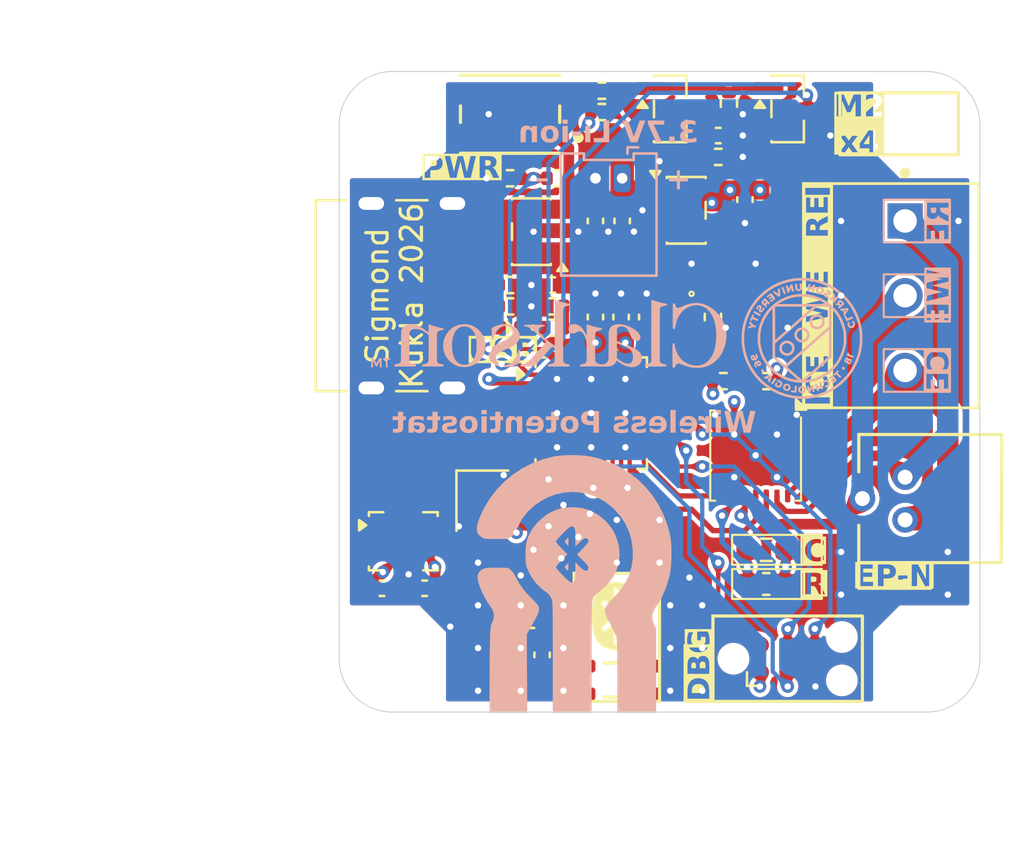
<source format=kicad_pcb>
(kicad_pcb (version 20241229) (generator "pcbnew") (generator_version "9.0")
  (title_block (date "2026-01-28"))
  (layers (0 "F.Cu" signal) (4 "In1.Cu" signal) (6 "In2.Cu" signal) (2 "B.Cu" signal) (13 "F.Paste" user) (15 "B.Paste" user) (5 "F.SilkS" user "F.Silkscreen") (7 "B.SilkS" user "B.Silkscreen") (1 "F.Mask" user) (3 "B.Mask" user) (25 "Edge.Cuts" user))
  (net 0 "")
  (net 1 "+3V3")
  (net 2 "GND")
  (net 3 "Net-(U2-DECOUPLE)")
  (net 4 "/Power/LDO_EN")
  (net 5 "+BATT")
  (net 6 "VBUS")
  (net 7 "Net-(U5-C1)")
  (net 8 "Net-(U5-C2)")
  (net 9 "Net-(Q1-G)")
  (net 10 "Net-(D1-Pad2)")
  (net 11 "Net-(D2-K)")
  (net 12 "/LED")
  (net 13 "Net-(D3-K)")
  (net 14 "Net-(U2-RFVDD)")
  (net 15 "/SWDIO")
  (net 16 "/SWCLK")
  (net 17 "/SWV{slash}SWO")
  (net 18 "/RESETn")
  (net 19 "Net-(J2-CC1)")
  (net 20 "Net-(J2-CC2)")
  (net 21 "/LMP/RE")
  (net 22 "/LMP/WE")
  (net 23 "/LMP/CE")
  (net 24 "/PWR_BTN")
  (net 25 "Net-(R1-Pad1)")
  (net 26 "/LDO_EN")
  (net 27 "Net-(R13-Pad1)")
  (net 28 "/BATT_MEAS")
  (net 29 "/LMP_SDA")
  (net 30 "/LMP_SCL")
  (net 33 "/LMP_VREF")
  (net 34 "/HFXTAL_O")
  (net 35 "/HFXTAL_I")
  (net 41 "/IMU_INT1")
  (net 45 "/LMP_VOUT")
  (net 47 "/LMP_MENB")
  (net 48 "/IMU_CS")
  (net 50 "/IMU_SPC")
  (net 51 "/IMU_SDO")
  (net 52 "/IMU_INT2")
  (net 54 "/IMU_SDI")
  (net 55 "/PI")
  (net 56 "/FEED")
  (net 57 "/RF2G4_IO")
  (footprint "Inductor_SMD:L_0402_1005Metric" (layer "F.Cu") (at 94.1 70.8 -135)
    (property "Reference" "FB1" (hide yes))
    (property "Value" "BLM15AX700SN1D")
  )
  (footprint "Capacitor_SMD:C_0402_1005Metric" (layer "F.Cu") (at 89 74.2 180)
    (property "Reference" "C13" (hide yes))
    (property "Value" "1u")
  )
  (footprint "Connector_USB_SameSky:SAMESKY_UJC-H-G-SMT-2-P6-TR" (layer "F.Cu") (at 86.5 60.5 -90)
    (property "Reference" "J2" (hide yes))
    (property "Value" "UJC-H-G-SMT-2-P6-TR")
  )
  (footprint "Resistor_SMD:R_0402_1005Metric" (layer "F.Cu") (at 95 62)
    (property "Reference" "R7" (hide yes))
    (property "Value" "300")
  )
  (footprint "TerminalBlock_SameSky:SAMESKY_TB0011-350-03GR" (layer "F.Cu") (at 111.5 60.5 -90)
    (property "Reference" "J4" (hide yes))
    (property "Value" "TB0011-350-03GR")
  )
  (footprint "Resistor_SMD:R_0402_1005Metric" (layer "F.Cu") (at 103.25 51.5 -90)
    (property "Reference" "R3" (hide yes))
    (property "Value" "100k")
  )
  (footprint "Resistor_SMD:R_0402_1005Metric" (layer "F.Cu") (at 93 60 180)
    (property "Reference" "R5" (hide yes))
    (property "Value" "5.1k")
  )
  (footprint "Package_LGA:LGA-14_3x2.5mm_P0.5mm_LayoutBorder3x4y" (layer "F.Cu") (at 88 72)
    (property "Reference" "U6" (hide yes))
    (property "Value" "LSM6DSV")
  )
  (footprint "Capacitor_SMD:C_0402_1005Metric" (layer "F.Cu") (at 87 74.2)
    (property "Reference" "C14" (hide yes))
    (property "Value" "1u")
  )
  (footprint "Package_TO_SOT_SMD:SOT-23-5" (layer "F.Cu") (at 101.25 56.5)
    (property "Reference" "U4" (hide yes))
    (property "Value" "TLV77133PDBVR")
  )
  (footprint "PTS815_SJM_250_SMTR_LFS:SW_Push_PTS815_SJM_250_SMTR_LFS" (layer "F.Cu") (at 93 52 180)
    (property "Reference" "SW1" (hide yes))
    (property "Value" "PTS815SJM250SMTRLFS")
  )
  (footprint "Capacitor_SMD:C_0402_1005Metric" (layer "F.Cu") (at 95 60 180)
    (property "Reference" "C9" (hide yes))
    (property "Value" "1u")
  )
  (footprint "Resistor_SMD:R_0402_1005Metric" (layer "F.Cu") (at 102.5 61.5 -90)
    (property "Reference" "R14" (hide yes))
    (property "Value" "300")
  )
  (footprint "Resistor_SMD:R_0402_1005Metric" (layer "F.Cu") (at 93 61 180)
    (property "Reference" "R4" (hide yes))
    (property "Value" "5.1k")
  )
  (footprint "Capacitor_SMD:C_0402_1005Metric" (layer "F.Cu") (at 102.75 53)
    (property "Reference" "C7" (hide yes))
    (property "Value" "1u")
  )
  (footprint "Capacitor_SMD:C_0402_1005Metric" (layer "F.Cu") (at 94.02 75.699 180)
    (property "Reference" "C5" (hide yes))
    (property "Value" "GJM1555C1H1R4WB01D")
  )
  (footprint "Package_TO_SOT_SMD:SOT-23-5" (layer "F.Cu") (at 94 57.5 180)
    (property "Reference" "U3" (hide yes))
    (property "Value" "MCP73811T-420I-OT")
  )
  (footprint "Capacitor_SMD:C_0402_1005Metric" (layer "F.Cu") (at 98.25 57 -90)
    (property "Reference" "C8" (hide yes))
    (property "Value" "1u")
  )
  (footprint "Inductor_SMD:L_0402_1005Metric" (layer "F.Cu") (at 94.5 74.1 90)
    (property "Reference" "L1" (hide yes))
    (property "Value" "MHQ1005P1N8BT000")
  )
  (footprint "Package_TO_SOT_SMD:SOT-23" (layer "F.Cu") (at 106 51.75)
    (property "Reference" "Q1" (hide yes))
    (property "Value" "NTR4003N")
  )
  (footprint "Resistor_SMD:R_0402_1005Metric" (layer "F.Cu") (at 93 55 180)
    (property "Reference" "R9" (hide yes))
    (property "Value" "100k")
  )
  (footprint "LED_SMD:LED_0402_1005Metric" (layer "F.Cu") (at 101.5 61.5 -90)
    (property "Reference" "D3" (hide yes))
    (property "Value" "B2841USD-20D001014U1930")
  )
  (footprint "Resistor_SMD:R_0402_1005Metric" (layer "F.Cu") (at 102.75 54)
    (property "Reference" "R6" (hide yes))
    (property "Value" "100k")
  )
  (footprint "Package_SON:WSON-14-1EP_4.0x4.0mm_P0.5mm_EP2.6x2.6mm" (layer "F.Cu") (at 104.5 67.975 -90)
    (property "Reference" "U5" (hide yes))
    (property "Value" "LMP91000SDX/NOPB")
  )
  (footprint "LOGO" (layer "F.Cu") (at 98 75.5)
    (property "Reference" "G***" (hide yes))
    (property "Value" "LOGO" (hide yes))
  )
  (footprint "Capacitor_SMD:C_0402_1005Metric" (layer "F.Cu") (at 97 57 -90)
    (property "Reference" "C10" (hide yes))
    (property "Value" "1u")
  )
  (footprint "Resistor_SMD:R_0603_1608Metric_Pad0.98x0.95mm_HandSolder" (layer "F.Cu") (at 105 72.4 180)
    (property "Reference" "R12" (hide yes))
    (property "Value" "DNP")
  )
  (footprint "Connector:Tag-Connect_TC2030-IDC-NL_2x03_P1.27mm_Vertical" (layer "F.Cu") (at 106 77.5)
    (property "Reference" "J1" (hide yes))
    (property "Value" "TC2030")
  )
  (footprint "MountingHole:MountingHole_2.2mm_M2" (layer "F.Cu") (at 112.5 52.5)
    (property "Reference" "H2" (hide yes))
    (property "Value" "M2")
  )
  (footprint "RF_Antenna_Johanson:Johanson_2450AT18D0100001E" (layer "F.Cu") (at 98 78.5)
    (property "Reference" "U1" (hide yes))
    (property "Value" "2450AT18D0100001E" (hide yes))
  )
  (footprint "MountingHole:MountingHole_2.2mm_M2" (layer "F.Cu") (at 87.5 77.5)
    (property "Reference" "H3" (hide yes))
    (property "Value" "M2")
  )
  (footprint "Package_TO_SOT_SMD:SOT-23" (layer "F.Cu") (at 100.5 51.75)
    (property "Reference" "D1" (hide yes))
    (property "Value" "BAT54C")
  )
  (footprint "Capacitor_SMD:C_0402_1005Metric" (layer "F.Cu") (at 97 61.5 90)
    (property "Reference" "C1" (hide yes))
    (property "Value" "1u")
  )
  (footprint "Package_DFN_QFN:QFN-40-1EP_5x5mm_P0.4mm_EP3.8x3.8mm" (layer "F.Cu") (at 96.8 66)
    (property "Reference" "U2" (hide yes))
    (property "Value" "EFR32BG24L210F768IM40-B")
  )
  (footprint "Connector_Molex_Easy-On:528070310" (layer "F.Cu") (at 111.501 71 90)
    (property "Reference" "J5" (hide yes))
    (property "Value" "0528070310" (hide yes))
  )
  (footprint "Resistor_SMD:R_0402_1005Metric" (layer "F.Cu") (at 102.990001 64.5 180)
    (property "Reference" "R10" (hide yes))
    (property "Value" "5.1k")
  )
  (footprint "Capacitor_SMD:C_0402_1005Metric" (layer "F.Cu") (at 99.4 61.5 90)
    (property "Reference" "C6" (hide yes))
    (property "Value" "1u")
  )
  (footprint "LED_SMD:LED_0402_1005Metric" (layer "F.Cu") (at 93 62 180)
    (property "Reference" "D2" (hide yes))
    (property "Value" "B2841USD-20D001014U1930")
  )
  (footprint "Resistor_SMD:R_0402_1005Metric" (layer "F.Cu") (at 97.3 51.9)
    (property "Reference" "R2" (hide yes))
    (property "Value" "300")
  )
  (footprint "Resistor_SMD:R_0402_1005Metric" (layer "F.Cu") (at 95.240001 55 180)
    (property "Reference" "R8" (hide yes))
    (property "Value" "100k")
  )
  (footprint "Resistor_SMD:R_0402_1005Metric" (layer "F.Cu") (at 95 61 180)
    (property "Reference" "R13" (hide yes))
    (property "Value" "300")
  )
  (footprint "Capacitor_SMD:C_0402_1005Metric" (layer "F.Cu") (at 94.5 77.32 90)
    (property "Reference" "C4" (hide yes))
    (property "Value" "GCM1555C1H180GA16D")
  )
  (footprint "Capacitor_SMD:C_0402_1005Metric" (layer "F.Cu") (at 104 56 -90)
    (property "Reference" "C11" (hide yes))
    (property "Value" "1u")
  )
  (footprint "MountingHole:MountingHole_2.2mm_M2" (layer "F.Cu") (at 87.5 52.5)
    (property "Reference" "H1" (hide yes))
    (property "Value" "M2")
  )
  (footprint "MountingHole:MountingHole_2.2mm_M2" (layer "F.Cu") (at 112.5 77.5)
    (property "Reference" "H4" (hide yes))
    (property "Value" "M2")
  )
  (footprint "Crystal:Crystal_SMD_2016-4Pin_2.0x1.6mm" (layer "F.Cu") (at 91.7 70.1 -90)
    (property "Reference" "Y1" (hide yes))
    (property "Value" "XTL501250-S315-038")
  )
  (footprint "Capacitor_SMD:C_0603_1608Metric_Pad1.08x0.95mm_HandSolder" (layer "F.Cu") (at 105 74 180)
    (property "Reference" "C12" (hide yes))
    (property "Value" "DNP")
  )
  (footprint "Resistor_SMD:R_0402_1005Metric" (layer "F.Cu") (at 105.009999 64.5)
    (property "Reference" "R11" (hide yes))
    (property "Value" "5.1k")
  )
  (footprint "Capacitor_SMD:C_0402_1005Metric" (layer "F.Cu") (at 98.2 61.5 90)
    (property "Reference" "C2" (hide yes))
    (property "Value" "1u")
  )
  (footprint "Resistor_SMD:R_0402_1005Metric" (layer "F.Cu") (at 97.3 50.9)
    (property "Reference" "R1" (hide yes))
    (property "Value" "300")
  )
  (footprint "Connector_Molex:Molex_PicoBlade_53048-0210_1x02_P1.25mm_Horizontal" (layer "B.Cu") (at 98.25 55 180)
    (property "Reference" "J3" (hide yes))
    (property "Value" "0530480210")
  )
  (footprint "LOGO" (layer "B.Cu") (at 98 62.5 180)
    (property "Reference" "G***" (hide yes))
    (property "Value" "LOGO" (hide yes))
  )
  (footprint "LOGO" (layer "B.Cu") (at 95.998004 72.526903 180)
    (property "Reference" "G***" (hide yes))
    (property "Value" "LOGO" (hide yes))
  )
  (gr_rect (start 102.5 75.5) (end 109.5 79.5) (stroke (width 0.15)) (fill no) (layer "F.SilkS"))
  (gr_rect (start 108.45 51) (end 114 53.9) (stroke (width 0.15)) (fill no) (layer "F.SilkS"))
  (gr_rect (start 96 73.5) (end 100 79.5) (stroke (width 0.15)) (fill no) (layer "F.SilkS"))
  (gr_line (start 106.65 73.35) (end 106.65 74.7) (stroke (width 0.1)) (layer "F.SilkS"))
  (gr_line (start 106.725 73.4) (end 107.575 73.4) (stroke (width 0.15)) (layer "F.SilkS"))
  (gr_rect (start 101.2 76.9) (end 102.5 79.5) (stroke (width 0.15)) (fill no) (layer "F.SilkS"))
  (gr_line (start 106.65 71.7) (end 106.65 73.1) (stroke (width 0.1)) (layer "F.SilkS"))
  (gr_rect (start 109.331 73) (end 112.7 74.2) (stroke (width 0.15)) (fill no) (layer "F.SilkS"))
  (gr_line (start 106.8 65.65) (end 108 65.65) (stroke (width 0.2)) (layer "F.SilkS"))
  (gr_poly (pts (xy 92.848567 61.701433) (xy 92.848567 62.301433) (xy 93.148567 62.001433)) (stroke (width 0.1)) (fill yes) (layer "F.SilkS"))
  (gr_line (start 106.8 55.35) (end 108 55.35) (stroke (width 0.2)) (layer "F.SilkS"))
  (gr_line (start 106.7 74.6) (end 107.55 74.6) (stroke (width 0.2)) (layer "F.SilkS"))
  (gr_rect (start 106.75 55.26) (end 108.05 65.74) (stroke (width 0.15)) (fill no) (layer "F.SilkS"))
  (gr_line (start 106.65 71.8) (end 107.55 71.8) (stroke (width 0.1)) (layer "F.SilkS"))
  (gr_rect (start 103.4 71.7) (end 107.6 73.1) (stroke (width 0.1)) (fill no) (layer "F.SilkS"))
  (gr_rect (start 103.4 73.3) (end 107.6 74.7) (stroke (width 0.1)) (fill no) (layer "F.SilkS"))
  (gr_line (start 112.5 64.9) (end 113.6 64.9) (stroke (width 0.1)) (layer "B.SilkS"))
  (gr_line (start 112.45 63.05) (end 112.45 64.95) (stroke (width 0.1)) (layer "B.SilkS"))
  (gr_line (start 113.6 63.1) (end 112.5 63.1) (stroke (width 0.1)) (layer "B.SilkS"))
  (gr_line (start 112.45 56.05) (end 112.45 57.95) (stroke (width 0.1)) (layer "B.SilkS"))
  (gr_line (start 112.45 59.55) (end 112.45 61.45) (stroke (width 0.1)) (layer "B.SilkS"))
  (gr_line (start 112.5 61.4) (end 113.6 61.4) (stroke (width 0.1)) (layer "B.SilkS"))
  (gr_line (start 113.6 59.6) (end 112.5 59.6) (stroke (width 0.1)) (layer "B.SilkS"))
  (gr_line (start 112.5 57.9) (end 113.6 57.9) (stroke (width 0.1)) (layer "B.SilkS"))
  (gr_rect (start 110.5 59.5) (end 113.6 61.5) (stroke (width 0.1)) (fill no) (layer "B.SilkS"))
  (gr_rect (start 110.5 63) (end 113.6 65) (stroke (width 0.1)) (fill no) (layer "B.SilkS"))
  (gr_line (start 113.6 56.1) (end 112.5 56.1) (stroke (width 0.1)) (layer "B.SilkS"))
  (gr_rect (start 110.5 56) (end 113.6 58) (stroke (width 0.1)) (fill no) (layer "B.SilkS"))
  (gr_line (start 112.5 50) (end 87.5 50) (stroke (width 0.05)) (layer "Edge.Cuts"))
  (gr_arc (start 87.5 80) (mid 85.732233 79.267767) (end 85 77.5) (stroke (width 0.05)) (layer "Edge.Cuts"))
  (gr_arc (start 112.5 50) (mid 114.267767 50.732233) (end 115 52.5) (stroke (width 0.05)) (layer "Edge.Cuts"))
  (gr_line (start 115 77.5) (end 115 52.5) (stroke (width 0.05)) (layer "Edge.Cuts"))
  (gr_arc (start 85 52.5) (mid 85.732233 50.732233) (end 87.5 50) (stroke (width 0.05)) (layer "Edge.Cuts"))
  (gr_line (start 87.5 80) (end 112.5 80) (stroke (width 0.05)) (layer "Edge.Cuts"))
  (gr_line (start 85 52.5) (end 85 77.5) (stroke (width 0.05)) (layer "Edge.Cuts"))
  (gr_arc (start 115 77.5) (mid 114.267767 79.267767) (end 112.5 80) (stroke (width 0.05)) (layer "Edge.Cuts"))
  (gr_text "DBG" (at 102.5 79.5 90) (layer "F.SilkS" knockout) (effects (font (size 1 1) (thickness 0.15) (bold yes)) (justify left bottom)))
  (gr_text "EP-N" (at 111 73.1 0) (layer "F.SilkS" knockout) (effects (font (size 1 1) (thickness 0.15) (bold yes)) (justify top)))
  (gr_text "PWR" (at 90.7 55.15 0) (layer "F.SilkS" knockout) (effects (font (size 1 1) (thickness 0.15) (bold yes)) (justify bottom)))
  (gr_text "CE   WE   RE" (at 108.05 60.5 90) (layer "F.SilkS" knockout) (effects (font (size 1 1) (thickness 0.15) (bold yes)) (justify bottom)))
  (gr_text "M2\nx4" (at 109.35 53.95 0) (layer "F.SilkS" knockout) (effects (font (size 1 1) (thickness 0.15) (bold yes)) (justify bottom)))
  (gr_text "USB" (at 92.65 63.7 0) (layer "F.SilkS" knockout) (effects (font (size 1 1) (thickness 0.15) (bold yes)) (justify bottom)))
  (gr_text "Sigmond\nKukla 2026" (at 86.2 60.5 90) (layer "F.SilkS") (effects (font (size 1 1)) (justify top)))
  (gr_text "R" (at 106.7 74.65 0) (layer "F.SilkS" knockout) (effects (font (size 1 1) (thickness 0.15) (bold yes)) (justify left bottom)))
  (gr_text "C" (at 106.75 73.1 0) (layer "F.SilkS" knockout) (effects (font (size 1 1) (thickness 0.15) (bold yes)) (justify left bottom)))
  (gr_text "RE" (at 113.7 57 90) (layer "B.SilkS" knockout) (effects (font (size 1 1) (thickness 0.15) (bold yes)) (justify bottom mirror)))
  (gr_text "Wireless Potentiostat" (at 96 66.5 0) (layer "B.SilkS") (effects (font (size 1 1) (thickness 0.15) (bold yes)) (justify mirror)))
  (gr_text "+       -" (at 97.6 55 0) (layer "B.SilkS") (effects (font (size 1 1)) (justify mirror)))
  (gr_text "WE" (at 113.7 60.5 90) (layer "B.SilkS" knockout) (effects (font (size 1 1) (thickness 0.15) (bold yes)) (justify bottom mirror)))
  (gr_text "3.7V Li-ion" (at 97.6 52.9 0) (layer "B.SilkS") (effects (font (size 1 1) (thickness 0.15) (bold yes)) (justify mirror)))
  (gr_text "CE" (at 113.69 64 90) (layer "B.SilkS" knockout) (effects (font (size 1 1) (thickness 0.15) (bold yes)) (justify bottom mirror)))
  (segment (start 103.3 55.550001) (end 103.969999 55.550001) (width 0.5) (layer "F.Cu") (net 1))
  (segment (start 98.6 63.5125) (end 98.6 62.9) (width 0.2) (layer "F.Cu") (net 1))
  (segment (start 89.48 73.2) (end 89.48 73.067499) (width 0.35) (layer "F.Cu") (net 1))
  (segment (start 104.73 78.135) (end 104.73 78.77) (width 0.2) (layer "F.Cu") (net 1))
  (segment (start 98.2 63.512499) (end 98.2 62.9) (width 0.2) (layer "F.Cu") (net 1))
  (segment (start 104.73 78.77) (end 104.7 78.8) (width 0.2) (layer "F.Cu") (net 1))
  (segment (start 98.2 61.98) (end 98.2 62.5) (width 0.2) (layer "F.Cu") (net 1))
  (segment (start 89.48 74.2) (end 89.48 73.2) (width 0.5) (layer "F.Cu") (net 1))
  (segment (start 102.3875 55.550001) (end 103.3 55.550001) (width 0.5) (layer "F.Cu") (net 1))
  (segment (start 103.5 66.075) (end 103.5 65.45) (width 0.25) (layer "F.Cu") (net 1))
  (segment (start 96.6 68.9) (end 96.9 69.2) (width 0.2) (layer "F.Cu") (net 1))
  (segment (start 96.6 68.4875) (end 96.6 68.9) (width 0.2) (layer "F.Cu") (net 1))
  (segment (start 96.600001 63.5125) (end 96.600001 63.099999) (width 0.2) (layer "F.Cu") (net 1))
  (segment (start 105.519998 63.919998) (end 105.5 63.9) (width 0.25) (layer "F.Cu") (net 1))
  (segment (start 96.600001 63.099999) (end 97 62.7) (width 0.2) (layer "F.Cu") (net 1))
  (segment (start 89.48 73.067499) (end 89.162501 72.75) (width 0.35) (layer "F.Cu") (net 1))
  (segment (start 86.52 73.967201) (end 87.0436 73.4436) (width 0.5) (layer "F.Cu") (net 1))
  (segment (start 97.4 63.5125) (end 97.4 63.1) (width 0.2) (layer "F.Cu") (net 1))
  (segment (start 98.2 62.9) (end 98.4 62.7) (width 0.2) (layer "F.Cu") (net 1))
  (segment (start 102.480002 65.080002) (end 102.5 65.1) (width 0.25) (layer "F.Cu") (net 1))
  (segment (start 96.999999 63.5125) (end 97 62.7) (width 0.2) (layer "F.Cu") (net 1))
  (segment (start 86.52 74.2) (end 86.52 73.967201) (width 0.35) (layer "F.Cu") (net 1))
  (segment (start 96.9 69.2) (end 96.9 69.5) (width 0.2) (layer "F.Cu") (net 1))
  (segment (start 87.0436 73.4436) (end 87.500001 72.9872) (width 0.35) (layer "F.Cu") (net 1))
  (segment (start 87.500001 72.9872) (end 87.500001 72.9125) (width 0.35) (layer "F.Cu") (net 1))
  (segment (start 103.969999 55.550001) (end 104 55.52) (width 0.5) (layer "F.Cu") (net 1))
  (segment (start 102.480002 64.5) (end 102.480002 65.080002) (width 0.25) (layer "F.Cu") (net 1))
  (segment (start 93.757053 71.142947) (end 93.3 71.6) (width 0.2) (layer "F.Cu") (net 1))
  (segment (start 105.519998 64.5) (end 105.519998 63.919998) (width 0.25) (layer "F.Cu") (net 1))
  (segment (start 98.2 62.5) (end 98.4 62.7) (width 0.2) (layer "F.Cu") (net 1))
  (segment (start 97 61.98) (end 97 62.7) (width 0.2) (layer "F.Cu") (net 1))
  (segment (start 98.6 62.9) (end 98.4 62.7) (width 0.2) (layer "F.Cu") (net 1))
  (segment (start 97.4 63.1) (end 97 62.7) (width 0.2) (layer "F.Cu") (net 1))
  (via (at 102.45 56.15) (size 0.6) (drill 0.3) (layers "F.Cu" "B.Cu") (net 1))
  (via (at 103.3 55.550001) (size 0.6) (drill 0.3) (layers "F.Cu" "B.Cu") (net 1))
  (via (at 105.5 63.9) (size 0.6) (drill 0.3) (layers "F.Cu" "B.Cu") (net 1))
  (via (at 97 62.7) (size 0.6) (drill 0.3) (layers "F.Cu" "B.Cu") (net 1))
  (via (at 93.3 71.6) (size 0.6) (drill 0.3) (layers "F.Cu" "B.Cu") (net 1))
  (via (at 104.7 78.8) (size 0.6) (drill 0.3) (layers "F.Cu" "B.Cu") (net 1))
  (via (at 102.5 65.1) (size 0.6) (drill 0.3) (layers "F.Cu" "B.Cu") (net 1))
  (via (at 103.5 65.45) (size 0.6) (drill 0.3) (layers "F.Cu" "B.Cu") (net 1))
  (via (at 96.9 69.5) (size 0.6) (drill 0.3) (layers "F.Cu" "B.Cu") (net 1))
  (via (at 87.0436 73.4436) (size 0.6) (drill 0.3) (layers "F.Cu" "B.Cu") (net 1))
  (via (at 104.7 55.55) (size 0.6) (drill 0.3) (layers "F.Cu" "B.Cu") (net 1))
  (via (at 89.48 73.2) (size 0.6) (drill 0.3) (layers "F.Cu" "B.Cu") (net 1))
  (via (at 98.4 62.7) (size 0.6) (drill 0.3) (layers "F.Cu" "B.Cu") (net 1))
  (segment (start 88 73.68) (end 87.48 74.2) (width 0.35) (layer "F.Cu") (net 2))
  (segment (start 95.65 79.15) (end 95.5 79) (width 0.6) (layer "F.Cu") (net 2))
  (segment (start 103.090001 62.009999) (end 103.1 62) (width 0.2) (layer "F.Cu") (net 2))
  (segment (start 91.1 70.8) (end 90.6 71.3) (width 0.5) (layer "F.Cu") (net 2))
  (segment (start 92.25 69.4) (end 92.25 69.35) (width 0.5) (layer "F.Cu") (net 2))
  (segment (start 104 56.48) (end 104 57.1) (width 0.5) (layer "F.Cu") (net 2))
  (segment (start 92.490001 55) (end 91.9 55) (width 0.2) (layer "F.Cu") (net 2))
  (segment (start 98.2 61.02) (end 98.2 60.4) (width 0.2) (layer "F.Cu") (net 2))
  (segment (start 100.25 77.85) (end 100.3 77.8) (width 0.6) (layer "F.Cu") (net 2))
  (segment (start 106.425 66.075) (end 106 66.075) (width 0.25) (layer "F.Cu") (net 2))
  (segment (start 95.1375 57.5) (end 96.2 57.5) (width 0.5) (layer "F.Cu") (net 2))
  (segment (start 95.1375 57.5) (end 94.1 57.5) (width 0.5) (layer "F.Cu") (net 2))
  (segment (start 95.8 68.4875) (end 95.8 67) (width 0.2) (layer "F.Cu") (net 2))
  (segment (start 97.58 57.48) (end 97.6 57.5) (width 0.5) (layer "F.Cu") (net 2))
  (segment (start 93.54 75.699) (end 93.54 75.04) (width 0.2) (layer "F.Cu") (net 2))
  (segment (start 96.2 57.5) (end 96.22 57.48) (width 0.5) (layer "F.Cu") (net 2))
  (segment (start 97 61.02) (end 97 60.4) (width 0.2) (layer "F.Cu") (net 2))
  (segment (start 88 72.9125) (end 88 73.3) (width 0.35) (layer "F.Cu") (net 2))
  (segment (start 103.890001 52.009999) (end 103.9 52) (width 0.2) (layer "F.Cu") (net 2))
  (segment (start 97 57.48) (end 97.58 57.48) (width 0.5) (layer "F.Cu") (net 2))
  (segment (start 99.5 77.85) (end 100.25 77.85) (width 0.6) (layer "F.Cu") (net 2))
  (segment (start 105.0625 52.7) (end 104.2 52.7) (width 0.2) (layer "F.Cu") (net 2))
  (segment (start 97.8 63.5125) (end 97.8 65) (width 0.2) (layer "F.Cu") (net 2))
  (segment (start 95.8 67) (end 96.8 66) (width 0.2) (layer "F.Cu") (net 2))
  (segment (start 93.54 75.04) (end 93.5 75) (width 0.2) (layer "F.Cu") (net 2))
  (segment (start 91.15 70.8) (end 91.1 70.8) (width 0.5) (layer "F.Cu") (net 2))
  (segment (start 97.62 57.48) (end 97.6 57.5) (width 0.5) (layer "F.Cu") (net 2))
  (segment (start 100.1125 56.5) (end 99.2 56.5) (width 0.5) (layer "F.Cu") (net 2))
  (segment (start 99.5 79.15) (end 100.35 79.15) (width 0.6) (layer "F.Cu") (net 2))
  (segment (start 96.22 57.48) (end 97 57.48) (width 0.5) (layer "F.Cu") (net 2))
  (segment (start 97.8 65) (end 96.8 66) (width 0.2) (layer "F.Cu") (net 2))
  (segment (start 99.4 61.02) (end 99.4 60.4) (width 0.2) (layer "F.Cu") (net 2))
  (segment (start 88.52 73.320002) (end 88.52 74.2) (width 0.35) (layer "F.Cu") (net 2))
  (segment (start 88 73.3) (end 88 73.68) (width 0.35) (layer "F.Cu") (net 2))
  (segment (start 102.5 62.009999) (end 103.090001 62.009999) (width 0.2) (layer "F.Cu") (net 2))
  (segment (start 104.2 52.7) (end 103.9 53) (width 0.2) (layer "F.Cu") (net 2))
  (segment (start 88.499999 73.300001) (end 88.25 73.55) (width 0.35) (layer "F.Cu") (net 2))
  (segment (start 103.25 52.009999) (end 103.890001 52.009999) (width 0.2) (layer "F.Cu") (net 2))
  (segment (start 107.27 78.77) (end 107.3 78.8) (width 0.2) (layer "F.Cu") (net 2))
  (segment (start 103.259999 54) (end 103.9 54) (width 0.2) (layer "F.Cu") (net 2))
  (segment (start 100.35 79.15) (end 100.5 79) (width 0.6) (layer "F.Cu") (net 2))
  (segment (start 88.499999 72.9125) (end 88.499999 73.300001) (width 0.35) (layer "F.Cu") (net 2))
  (segment (start 107.27 78.135) (end 107.27 78.77) (width 0.2) (layer "F.Cu") (net 2))
  (segment (start 92.25 69.35) (end 92.7 68.9) (width 0.5) (layer "F.Cu") (net 2))
  (segment (start 98.25 57.48) (end 97.62 57.48) (width 0.5) (layer "F.Cu") (net 2))
  (segment (start 96.5 79.15) (end 95.65 79.15) (width 0.6) (layer "F.Cu") (net 2))
  (segment (start 88 73.3) (end 88.25 73.55) (width 0.35) (layer "F.Cu") (net 2))
  (segment (start 88.499999 73.300001) (end 88.52 73.320002) (width 0.35) (layer "F.Cu") (net 2))
  (segment (start 103.9 53) (end 103.23 53) (width 0.2) (layer "F.Cu") (net 2))
  (segment (start 102.6 66.075) (end 103 66.075) (width 0.25) (layer "F.Cu") (net 2))
  (via (at 102.6 66.075) (size 0.6) (drill 0.3) (layers "F.Cu" "B.Cu") (net 2))
  (via (at 91.9 55) (size 0.6) (drill 0.3) (layers "F.Cu" "B.Cu") (net 2))
  (via (at 108 53) (size 0.6) (drill 0.3) (layers "F.Cu" "B.Cu") (net 2))
  (via (at 96.8 64.4) (size 0.6) (drill 0.3) (layers "F.Cu" "B.Cu") (net 2))
  (via (at 96.2 57.5) (size 0.6) (drill 0.3) (layers "F.Cu" "B.Cu") (net 2))
  (via (at 101.4 73.7) (size 0.6) (drill 0.3) (layers "F.Cu" "B.Cu") (net 2))
  (via (at 100 73) (size 0.6) (drill 0.3) (layers "F.Cu" "B.Cu") (net 2))
  (via (at 94.1 57.5) (size 0.6) (drill 0.3) (layers "F.Cu" "B.Cu") (net 2))
  (via (at 93.5 75) (size 0.6) (drill 0.3) (layers "F.Cu" "B.Cu") (net 2))
  (via (at 107.3 78.8) (size 0.6) (drill 0.3) (layers "F.Cu" "B.Cu") (net 2))
  (via (at 103.9 52) (size 0.6) (drill 0.3) (layers "F.Cu" "B.Cu") (net 2))
  (via (at 91.5 79) (size 0.6) (drill 0.3) (layers "F.Cu" "B.Cu") (net 2))
  (via (at 105.5 69) (size 0.6) (drill 0.3) (layers "F.Cu" "B.Cu") (net 2))
  (via (at 94.095546 72.398101) (size 0.6) (drill 0.3) (layers "F.Cu" "B.Cu") (net 2))
  (via (at 95.5 79) (size 0.6) (drill 0.3) (layers "F.Cu" "B.Cu") (net 2))
  (via (at 95.2 67.6) (size 0.6) (drill 0.3) (layers "F.Cu" "B.Cu") (net 2))
  (via (at 93.5 73.6) (size 0.6) (drill 0.3) (layers "F.Cu" "B.Cu") (net 2))
  (via (at 103.9 54) (size 0.6) (drill 0.3) (layers "F.Cu" "B.Cu") (net 2))
  (via (at 114 57) (size 0.6) (drill 0.3) (layers "F.Cu" "B.Cu") (net 2))
  (via (at 104 57.1) (size 0.6) (drill 0.3) (layers "F.Cu" "B.Cu") (net 2))
  (via (at 98.2 60.4) (size 0.6) (drill 0.3) (layers "F.Cu" "B.Cu") (net 2))
  (via (at 104.5 67.975) (size 0.6) (drill 0.3) (layers "F.Cu" "B.Cu") (net 2))
  (via (at 98.5 69.5) (size 0.6) (drill 0.3) (layers "F.Cu" "B.Cu") (net 2))
  (via (at 96.740687 70.711169) (size 0.6) (drill 0.3) (layers "F.Cu" "B.Cu") (net 2))
  (via (at 99.2 56.5) (size 0.6) (drill 0.3) (layers "F.Cu" "B.Cu") (net 2))
  (via (at 100.5 75) (size 0.6) (drill 0.3) (layers "F.Cu" "B.Cu") (net 2))
  (via (at 92.7 68.9) (size 0.6) (drill 0.3) (layers "F.Cu" "B.Cu") (net 2))
  (via (at 103.5 69) (size 0.6) (drill 0.3) (layers "F.Cu" "B.Cu") (net 2))
  (via (at 105.5 67) (size 0.6) (drill 0.3) (layers "F.Cu" "B.Cu") (net 2))
  (via (at 90.2 76) (size 0.6) (drill 0.3) (layers "F.Cu" "B.Cu") (net 2))
  (via (at 92 52) (size 0.6) (drill 0.3) (layers "F.Cu" "B.Cu") (net 2))
  (via (at 98.8 57.5) (size 0.6) (drill 0.3) (layers "F.Cu" "B.Cu") (net 2))
  (via (at 102 77) (size 0.6) (drill 0.3) (layers "F.Cu" "B.Cu") (net 2))
  (via (at 95.4 72.8) (size 0.6) (drill 0.3) (layers "F.Cu" "B.Cu") (net 2))
  (via (at 91.5 77) (size 0.6) (drill 0.3) (layers "F.Cu" "B.Cu") (net 2))
  (via (at 108.5 57) (size 0.6) (drill 0.3) (layers "F.Cu" "B.Cu") (net 2))
  (via (at 98 73) (size 0.6) (drill 0.3) (layers "F.Cu" "B.Cu") (net 2))
  (via (at 106 62) (size 0.6) (drill 0.3) (layers "F.Cu" "B.Cu") (net 2))
  (via (at 91.5 75) (size 0.6) (drill 0.3) (layers "F.Cu" "B.Cu") (net 2))
  (via (at 113.5 72.5) (size 0.6) (drill 0.3) (layers "F.Cu" "B.Cu") (net 2))
  (via (at 113.5 74.5) (size 0.6) (drill 0.3) (layers "F.Cu" "B.Cu") (net 2))
  (via (at 108.5 60.5) (size 0.6) (drill 0.3) (layers "F.Cu" "B.Cu") (net 2))
  (via (at 103.5 67) (size 0.6) (drill 0.3) (layers "F.Cu" "B.Cu") (net 2))
  (via (at 103.1 62) (size 0.6) (drill 0.3) (layers "F.Cu" "B.Cu") (net 2))
  (via (at 94 60) (size 0.6) (drill 0.3) (layers "F.Cu" "B.Cu") (net 2))
  (via (at 100 71) (size 0.6) (drill 0.3) (layers "F.Cu" "B.Cu") (net 2))
  (via (at 93.5 77) (size 0.6) (drill 0.3) (layers "F.Cu" "B.Cu") (net 2))
  (via (at 103.9 53) (size 0.6) (drill 0.3) (layers "F.Cu" "B.Cu") (net 2))
  (via (at 102 79) (size 0.6) (drill 0.3) (layers "F.Cu" "B.Cu") (net 2))
  (via (at 98.4 66) (size 0.6) (drill 0.3) (layers "F.Cu" "B.Cu") (net 2))
  (via (at 99.4 60.4) (size 0.6) (drill 0.3) (layers "F.Cu" "B.Cu") (net 2))
  (via (at 101.5 59) (size 0.6) (drill 0.3) (layers "F.Cu" "B.Cu") (net 2))
  (via (at 97 60.4) (size 0.6) (drill 0.3) (layers "F.Cu" "B.Cu") (net 2))
  (via (at 91.5 73) (size 0.6) (drill 0.3) (layers "F.Cu" "B.Cu") (net 2))
  (via (at 95.5 77) (size 0.6) (drill 0.3) (layers "F.Cu" "B.Cu") (net 2))
  (via (at 94 61) (size 0.6) (drill 0.3) (layers "F.Cu" "B.Cu") (net 2))
  (via (at 95.2 66) (size 0.6) (drill 0.3) (layers "F.Cu" "B.Cu") (net 2))
  (via (at 104.5 59) (size 0.6) (drill 0.3) (layers "F.Cu" "B.Cu") (net 2))
  (via (at 102 75) (size 0.6) (drill 0.3) (layers "F.Cu" "B.Cu") (net 2))
  (via (at 106.425 66.075) (size 0.6) (drill 0.3) (layers "F.Cu" "B.Cu") (net 2))
  (via (at 96.2 71.8) (size 0.6) (drill 0.3) (layers "F.Cu" "B.Cu") (net 2))
  (via (at 97.6 57.5) (size 0.6) (drill 0.3) (layers "F.Cu" "B.Cu") (net 2))
  (via (at 95.2 64.4) (size 0.6) (drill 0.3) (layers "F.Cu" "B.Cu") (net 2))
  (via (at 94.8 71.3) (size 0.6) (drill 0.3) (layers "F.Cu" "B.Cu") (net 2))
  (via (at 100.5 79) (size 0.6) (drill 0.3) (layers "F.Cu" "B.Cu") (net 2))
  (via (at 98.4 67.6) (size 0.6) (drill 0.3) (layers "F.Cu" "B.Cu") (net 2))
  (via (at 100.5 77) (size 0.6) (drill 0.3) (layers "F.Cu" "B.Cu") (net 2))
  (via (at 88.25 73.55) (size 0.6) (drill 0.3) (layers "F.Cu" "B.Cu") (net 2))
  (via (at 108.5 72.5) (size 0.6) (drill 0.3) (layers "F.Cu" "B.Cu") (net 2))
  (via (at 95.5 70.3) (size 0.6) (drill 0.3) (layers "F.Cu" "B.Cu") (net 2))
  (via (at 93.5 79) (size 0.6) (drill 0.3) (layers "F.Cu" "B.Cu") (net 2))
  (via (at 98.4 64.4) (size 0.6) (drill 0.3) (layers "F.Cu" "B.Cu") (net 2))
  (via (at 108.5 74.5) (size 0.6) (drill 0.3) (layers "F.Cu" "B.Cu") (net 2))
  (via (at 96.8 66) (size 0.6) (drill 0.3) (layers "F.Cu" "B.Cu") (net 2))
  (via (at 100 54.2) (size 0.6) (drill 0.3) (layers "F.Cu" "B.Cu") (net 2))
  (via (at 95.5 75) (size 0.6) (drill 0.3) (layers "F.Cu" "B.Cu") (net 2))
  (via (at 98 71) (size 0.6) (drill 0.3) (layers "F.Cu" "B.Cu") (net 2))
  (via (at 96.8 67.6) (size 0.6) (drill 0.3) (layers "F.Cu" "B.Cu") (net 2))
  (via (at 90.6 71.3) (size 0.6) (drill 0.3) (layers "F.Cu" "B.Cu") (net 2))
  (segment (start 99.4 61.98) (end 99.2875 62.0925) (width 0.2) (layer "F.Cu") (net 3))
  (segment (start 99.2875 62.0925) (end 99.2875 64.2) (width 0.2) (layer "F.Cu") (net 3))
  (segment (start 102.27 52.582499) (end 101.437501 51.75) (width 0.2) (layer "F.Cu") (net 4))
  (segment (start 102.27 53) (end 102.27 52.582499) (width 0.2) (layer "F.Cu") (net 4))
  (segment (start 101.2 56.9) (end 100.650001 57.449999) (width 0.2) (layer "F.Cu") (net 4))
  (segment (start 102.27 53) (end 102.27 53.970001) (width 0.2) (layer "F.Cu") (net 4))
  (segment (start 101.95 54) (end 101.2 54.75) (width 0.2) (layer "F.Cu") (net 4))
  (segment (start 100.650001 57.449999) (end 100.1125 57.449999) (width 0.2) (layer "F.Cu") (net 4))
  (segment (start 101.2 54.75) (end 101.2 56.9) (width 0.2) (layer "F.Cu") (net 4))
  (segment (start 102.240001 54) (end 101.95 54) (width 0.2) (layer "F.Cu") (net 4))
  (segment (start 102.27 53.970001) (end 102.240001 54) (width 0.2) (layer "F.Cu") (net 4))
  (segment (start 95.75 55) (end 95.75 53.574998) (width 0.5) (layer "F.Cu") (net 5))
  (segment (start 98.25 56.52) (end 95.9 56.52) (width 0.5) (layer "F.Cu") (net 5))
  (segment (start 98.25 55) (end 98.25 56.2) (width 0.5) (layer "F.Cu") (net 5))
  (segment (start 95.9 56.52) (end 95.167501 56.52) (width 0.5) (layer "F.Cu") (net 5))
  (segment (start 95.250001 53.074999) (end 90.749999 53.074999) (width 0.5) (layer "F.Cu") (net 5))
  (segment (start 95.75 53.574998) (end 95.250001 53.074999) (width 0.5) (layer "F.Cu") (net 5))
  (segment (start 95.75 56.37) (end 95.9 56.52) (width 0.5) (layer "F.Cu") (net 5))
  (segment (start 98.899999 55.550001) (end 98.25 56.2) (width 0.5) (layer "F.Cu") (net 5))
  (segment (start 95.75 55) (end 95.75 56.37) (width 0.5) (layer "F.Cu") (net 5))
  (segment (start 100.1125 55.550001) (end 98.899999 55.550001) (width 0.5) (layer "F.Cu") (net 5))
  (segment (start 98.25 56.2) (end 98.25 56.52) (width 0.5) (layer "F.Cu") (net 5))
  (segment (start 95.167501 56.52) (end 95.1375 56.550001) (width 0.5) (layer "F.Cu") (net 5))
  (segment (start 90.4 62) (end 90.38 62.02) (width 0.5) (layer "F.Cu") (net 6))
  (segment (start 92.515 62) (end 90.4 62) (width 0.5) (layer "F.Cu") (net 6))
  (segment (start 92.8625 58.449999) (end 95.1375 58.449999) (width 0.5) (layer "F.Cu") (net 6))
  (segment (start 92.8625 58.449999) (end 91.850001 58.449999) (width 0.5) (layer "F.Cu") (net 6))
  (segment (start 95.1375 58.449999) (end 95.48 58.792499) (width 0.5) (layer "F.Cu") (net 6))
  (segment (start 95.48 58.792499) (end 95.48 60) (width 0.5) (layer "F.Cu") (net 6))
  (segment (start 92.8625 58.449999) (end 92.8625 56.550001) (width 0.5) (layer "F.Cu") (net 6))
  (segment (start 91.850001 58.449999) (end 91.32 58.98) (width 0.5) (layer "F.Cu") (net 6))
  (segment (start 91.32 58.98) (end 90.38 58.98) (width 0.5) (layer "F.Cu") (net 6))
  (segment (start 104 69.874999) (end 104 70.610038) (width 0.25) (layer "F.Cu") (net 7))
  (segment (start 105.862501 73.237499) (end 105.9 73.2) (width 0.25) (layer "F.Cu") (net 7))
  (segment (start 105.9125 72.4) (end 105.9125 73.1875) (width 0.25) (layer "F.Cu") (net 7))
  (segment (start 105.9125 73.1875) (end 105.9 73.2) (width 0.25) (layer "F.Cu") (net 7))
  (segment (start 105.862501 74) (end 105.862501 73.237499) (width 0.25) (layer "F.Cu") (net 7))
  (segment (start 104 70.610038) (end 103.805019 70.805019) (width 0.25) (layer "F.Cu") (net 7))
  (via (at 103.805019 70.805019) (size 0.6) (drill 0.3) (layers "F.Cu" "B.Cu") (net 7))
  (via (at 105.9 73.2) (size 0.6) (drill 0.3) (layers "F.Cu" "B.Cu") (net 7))
  (segment (start 103.805019 70.805019) (end 105.9 72.9) (width 0.25) (layer "B.Cu") (net 7))
  (segment (start 105.9 72.9) (end 105.9 73.2) (width 0.25) (layer "B.Cu") (net 7))
  (segment (start 104.137499 73.237499) (end 104.1 73.2) (width 0.25) (layer "F.Cu") (net 8))
  (segment (start 104.0875 72.4) (end 104.0875 73.1875) (width 0.25) (layer "F.Cu") (net 8))
  (segment (start 104.0875 73.1875) (end 104.1 73.2) (width 0.25) (layer "F.Cu") (net 8))
  (segment (start 103.5 70.226154) (end 103.5 69.875) (width 0.25) (layer "F.Cu") (net 8))
  (segment (start 102.926154 70.8) (end 103.5 70.226154) (width 0.25) (layer "F.Cu") (net 8))
  (segment (start 104.137499 74) (end 104.137499 73.237499) (width 0.25) (layer "F.Cu") (net 8))
  (via (at 102.926154 70.8) (size 0.6) (drill 0.3) (layers "F.Cu" "B.Cu") (net 8))
  (via (at 104.1 73.2) (size 0.6) (drill 0.3) (layers "F.Cu" "B.Cu") (net 8))
  (segment (start 102.926154 72.026154) (end 104.1 73.2) (width 0.25) (layer "B.Cu") (net 8))
  (segment (start 102.926154 70.8) (end 102.926154 72.026154) (width 0.25) (layer "B.Cu") (net 8))
  (segment (start 97.809999 50.9) (end 99.4625 50.9) (width 0.2) (layer "F.Cu") (net 9))
  (segment (start 103.059999 50.8) (end 103.25 50.990001) (width 0.2) (layer "F.Cu") (net 9))
  (segment (start 103.440001 50.8) (end 103.25 50.990001) (width 0.2) (layer "F.Cu") (net 9))
  (segment (start 105.0625 50.8) (end 103.440001 50.8) (width 0.2) (layer "F.Cu") (net 9))
  (segment (start 99.5625 50.8) (end 103.059999 50.8) (width 0.2) (layer "F.Cu") (net 9))
  (segment (start 99.4625 50.9) (end 99.5625 50.8) (width 0.2) (layer "F.Cu") (net 9))
  (segment (start 97.9 51.9) (end 98.7 52.7) (width 0.2) (layer "F.Cu") (net 10))
  (segment (start 97.809999 51.9) (end 97.9 51.9) (width 0.2) (layer "F.Cu") (net 10))
  (segment (start 98.7 52.7) (end 99.5625 52.7) (width 0.2) (layer "F.Cu") (net 10))
  (segment (start 93.485 62) (end 94.490001 62) (width 0.5) (layer "F.Cu") (net 11))
  (segment (start 100.199 63.286) (end 101.5 61.985) (width 0.2) (layer "F.Cu") (net 12))
  (segment (start 99.287501 64.6) (end 99.9 64.6) (width 0.2) (layer "F.Cu") (net 12))
  (segment (start 100.199 64.301) (end 100.199 63.286) (width 0.2) (layer "F.Cu") (net 12))
  (segment (start 99.9 64.6) (end 100.199 64.301) (width 0.2) (layer "F.Cu") (net 12))
  (segment (start 101.5 61.015) (end 102.475001 61.015) (width 0.2) (layer "F.Cu") (net 13))
  (segment (start 102.475001 61.015) (end 102.5 60.990001) (width 0.2) (layer "F.Cu") (net 13))
  (segment (start 94.442947 70.457053) (end 95.4 69.5) (width 0.2) (layer "F.Cu") (net 14))
  (segment (start 95.4 69.5) (end 95.4 68.4875) (width 0.2) (layer "F.Cu") (net 14))
  (segment (start 100.5 67) (end 99.2875 67) (width 0.2) (layer "F.Cu") (net 15))
  (segment (start 102.75 74.885) (end 104.73 76.865) (width 0.2) (layer "F.Cu") (net 15))
  (segment (start 101.25 67.75) (end 100.5 67) (width 0.2) (layer "F.Cu") (net 15))
  (segment (start 102.75 73) (end 102.75 74.885) (width 0.2) (layer "F.Cu") (net 15))
  (via (at 101.25 67.75) (size 0.6) (drill 0.3) (layers "F.Cu" "B.Cu") (net 15))
  (via (at 102.75 73) (size 0.6) (drill 0.3) (layers "F.Cu" "B.Cu") (net 15))
  (segment (start 102 72.25) (end 102 70) (width 0.2) (layer "B.Cu") (net 15))
  (segment (start 102 70) (end 101.25 69.25) (width 0.2) (layer "B.Cu") (net 15))
  (segment (start 101.25 69.25) (end 101.25 67.75) (width 0.2) (layer "B.Cu") (net 15))
  (segment (start 102.75 73) (end 102 72.25) (width 0.2) (layer "B.Cu") (net 15))
  (segment (start 102 68.5) (end 100.802064 68.5) (width 0.2) (layer "F.Cu") (net 16))
  (segment (start 106 76.865) (end 106 76.1) (width 0.2) (layer "F.Cu") (net 16))
  (segment (start 99.702064 67.4) (end 99.2875 67.4) (width 0.2) (layer "F.Cu") (net 16))
  (segment (start 100.802064 68.5) (end 99.702064 67.4) (width 0.2) (layer "F.Cu") (net 16))
  (via (at 102 68.5) (size 0.6) (drill 0.3) (layers "F.Cu" "B.Cu") (net 16))
  (via (at 106 76.1) (size 0.6) (drill 0.3) (layers "F.Cu" "B.Cu") (net 16))
  (segment (start 107 72) (end 107 75.1) (width 0.2) (layer "B.Cu") (net 16))
  (segment (start 102 68.5) (end 103.5 68.5) (width 0.2) (layer "B.Cu") (net 16))
  (segment (start 107 75.1) (end 106 76.1) (width 0.2) (layer "B.Cu") (net 16))
  (segment (start 103.5 68.5) (end 107 72) (width 0.2) (layer "B.Cu") (net 16))
  (segment (start 107.27 76.1) (end 107.27 76.865) (width 0.2) (layer "F.Cu") (net 17))
  (segment (start 102 67) (end 101.6 66.6) (width 0.2) (layer "F.Cu") (net 17))
  (segment (start 101.6 66.6) (end 99.2875 66.6) (width 0.2) (layer "F.Cu") (net 17))
  (via (at 102 67) (size 0.6) (drill 0.3) (layers "F.Cu" "B.Cu") (net 17))
  (via (at 107.27 76.1) (size 0.6) (drill 0.3) (layers "F.Cu" "B.Cu") (net 17))
  (segment (start 108 75.37) (end 107.27 76.1) (width 0.2) (layer "B.Cu") (net 17))
  (segment (start 108 71.5) (end 108 75.37) (width 0.2) (layer "B.Cu") (net 17))
  (segment (start 103.5 67) (end 108 71.5) (width 0.2) (layer "B.Cu") (net 17))
  (segment (start 102 67) (end 103.5 67) (width 0.2) (layer "B.Cu") (net 17))
  (segment (start 94.8 69.1) (end 94.8 69) (width 0.2) (layer "F.Cu") (net 18))
  (segment (start 95 68.8) (end 95 68.4875) (width 0.2) (layer "F.Cu") (net 18))
  (segment (start 106 78.8) (end 106 78.135) (width 0.2) (layer "F.Cu") (net 18))
  (segment (start 94.8 69) (end 95 68.8) (width 0.2) (layer "F.Cu") (net 18))
  (via (at 106 78.8) (size 0.6) (drill 0.3) (layers "F.Cu" "B.Cu") (net 18))
  (via (at 94.8 69.1) (size 0.6) (drill 0.3) (layers "F.Cu" "B.Cu") (net 18))
  (segment (start 105.3 76.5) (end 105.3 78.1) (width 0.2) (layer "B.Cu") (net 18))
  (segment (start 99.4 68.5) (end 101.4 70.5) (width 0.2) (layer "B.Cu") (net 18))
  (segment (start 95.4 68.5) (end 99.4 68.5) (width 0.2) (layer "B.Cu") (net 18))
  (segment (start 101.4 70.5) (end 101.4 72.6) (width 0.2) (layer "B.Cu") (net 18))
  (segment (start 94.8 69.1) (end 95.4 68.5) (width 0.2) (layer "B.Cu") (net 18))
  (segment (start 105.3 78.1) (end 106 78.8) (width 0.2) (layer "B.Cu") (net 18))
  (segment (start 101.4 72.6) (end 105.3 76.5) (width 0.2) (layer "B.Cu") (net 18))
  (segment (start 92.490001 60) (end 90.38 60) (width 0.5) (layer "F.Cu") (net 19))
  (segment (start 92.490001 61) (end 90.38 61) (width 0.5) (layer "F.Cu") (net 20))
  (segment (start 111.499999 68.999999) (end 111.501 68.999999) (width 0.5) (layer "F.Cu") (net 21))
  (segment (start 107.6 69.9) (end 109.5 68) (width 0.5) (layer "F.Cu") (net 21))
  (segment (start 105.5 70.174) (end 105.5 69.875) (width 0.25) (layer "F.Cu") (net 21))
  (segment (start 106.9 70.6) (end 105.926 70.6) (width 0.25) (layer "F.Cu") (net 21))
  (segment (start 109.5 68) (end 110.5 68) (width 0.5) (layer "F.Cu") (net 21))
  (segment (start 105.926 70.6) (end 105.5 70.174) (width 0.25) (layer "F.Cu") (net 21))
  (segment (start 107.6 69.9) (end 106.9 70.6) (width 0.25) (layer "F.Cu") (net 21))
  (segment (start 110.5 68) (end 111.499999 68.999999) (width 0.5) (layer "F.Cu") (net 21))
  (segment (start 113.5 59) (end 111.5 57) (width 1) (layer "B.Cu") (net 21))
  (segment (start 111.501 68.999999) (end 113.5 67.000999) (width 1) (layer "B.Cu") (net 21))
  (segment (start 113.5 67.000999) (end 113.5 59) (width 1) (layer "B.Cu") (net 21))
  (segment (start 105.7 71.2) (end 105.612501 71.2) (width 0.25) (layer "F.Cu") (net 22))
  (segment (start 108.301 71.2) (end 109.501 70) (width 0.5) (layer "F.Cu") (net 22))
  (segment (start 105.7 71.2) (end 108.301 71.2) (width 0.5) (layer "F.Cu") (net 22))
  (segment (start 105 70.587499) (end 105 69.874999) (width 0.25) (layer "F.Cu") (net 22))
  (segment (start 105.612501 71.2) (end 105 70.587499) (width 0.25) (layer "F.Cu") (net 22))
  (segment (start 109.501 62.499) (end 111.5 60.5) (width 1) (layer "B.Cu") (net 22))
  (segment (start 109.501 70) (end 109.501 62.499) (width 1) (layer "B.Cu") (net 22))
  (segment (start 109.15 66.65) (end 111.5 64.3) (width 1) (layer "F.Cu") (net 23))
  (segment (start 111.5 64.3) (end 111.5 64) (width 1) (layer "F.Cu") (net 23))
  (segment (start 113.5 69.5005) (end 113.5 66) (width 1) (layer "F.Cu") (net 23))
  (segment (start 109.15 66.65) (end 107.4 68.4) (width 0.5) (layer "F.Cu") (net 23))
  (segment (start 106 69.8) (end 106 69.875) (width 0.25) (layer "F.Cu") (net 23))
  (segment (start 112.0005 71) (end 113.5 69.5005) (width 1) (layer "F.Cu") (net 23))
  (segment (start 107.4 68.4) (end 106 69.8) (width 0.25) (layer "F.Cu") (net 23))
  (segment (start 113.5 66) (end 111.5 64) (width 1) (layer "F.Cu") (net 23))
  (segment (start 111.501 71) (end 112.0005 71) (width 1) (layer "F.Cu") (net 23))
  (segment (start 106.937501 51.137501) (end 106.9 51.1) (width 0.2) (layer "F.Cu") (net 24))
  (segment (start 92 64.4) (end 92.2 64.6) (width 0.2) (layer "F.Cu") (net 24))
  (segment (start 106.937501 51.75) (end 106.937501 51.137501) (width 0.2) (layer "F.Cu") (net 24))
  (segment (start 92.2 64.6) (end 94.312499 64.6) (width 0.2) (layer "F.Cu") (net 24))
  (via (at 92 64.4) (size 0.6) (drill 0.3) (layers "F.Cu" "B.Cu") (net 24))
  (via (at 106.9 51.1) (size 0.6) (drill 0.3) (layers "F.Cu" "B.Cu") (net 24))
  (segment (start 92 64.4) (end 93.6 64.4) (width 0.2) (layer "B.Cu") (net 24))
  (segment (start 93.6 64.4) (end 95.5 62.5) (width 0.2) (layer "B.Cu") (net 24))
  (segment (start 95.5 55) (end 99.5 51) (width 0.2) (layer "B.Cu") (net 24))
  (segment (start 106.8 51) (end 106.9 51.1) (width 0.2) (layer "B.Cu") (net 24))
  (segment (start 99.5 51) (end 106.8 51) (width 0.2) (layer "B.Cu") (net 24))
  (segment (start 95.5 62.5) (end 95.5 55) (width 0.2) (layer "B.Cu") (net 24))
  (segment (start 95.425002 50.75) (end 95.250001 50.925001) (width 0.2) (layer "F.Cu") (net 25))
  (segment (start 96.765 50.925001) (end 96.790001 50.9) (width 0.2) (layer "F.Cu") (net 25))
  (segment (start 90.749999 50.925001) (end 95.250001 50.925001) (width 0.5) (layer "F.Cu") (net 25))
  (segment (start 95.250001 50.925001) (end 96.765 50.925001) (width 0.2) (layer "F.Cu") (net 25))
  (segment (start 92.6 63.7) (end 93.4 63.7) (width 0.2) (layer "F.Cu") (net 26))
  (segment (start 96.7 52.4) (end 96.7 51.990001) (width 0.2) (layer "F.Cu") (net 26))
  (segment (start 96.7 51.990001) (end 96.790001 51.9) (width 0.2) (layer "F.Cu") (net 26))
  (segment (start 93.9 64.2) (end 94.3125 64.2) (width 0.2) (layer "F.Cu") (net 26))
  (segment (start 93.4 63.7) (end 93.9 64.2) (width 0.2) (layer "F.Cu") (net 26))
  (via (at 96.7 52.4) (size 0.6) (drill 0.3) (layers "F.Cu" "B.Cu") (net 26))
  (via (at 92.6 63.7) (size 0.6) (drill 0.3) (layers "F.Cu" "B.Cu") (net 26))
  (segment (start 92.6 63.7) (end 93.3 63.7) (width 0.2) (layer "B.Cu") (net 26))
  (segment (start 94.8 62.2) (end 94.8 54.3) (width 0.2) (layer "B.Cu") (net 26))
  (segment (start 93.3 63.7) (end 94.8 62.2) (width 0.2) (layer "B.Cu") (net 26))
  (segment (start 94.8 54.3) (end 96.7 52.4) (width 0.2) (layer "B.Cu") (net 26))
  (segment (start 95.509999 62) (end 95.509999 61) (width 0.5) (layer "F.Cu") (net 27))
  (segment (start 94.5 63) (end 95 63.5) (width 0.2) (layer "F.Cu") (net 28))
  (segment (start 95 63.5) (end 95 63.5125) (width 0.2) (layer "F.Cu") (net 28))
  (segment (start 94.1 55) (end 94.730002 55) (width 0.2) (layer "F.Cu") (net 28))
  (segment (start 93.509999 55) (end 94.1 55) (width 0.2) (layer "F.Cu") (net 28))
  (segment (start 92 63) (end 94.5 63) (width 0.2) (layer "F.Cu") (net 28))
  (via (at 94.1 55) (size 0.6) (drill 0.3) (layers "F.Cu" "B.Cu") (net 28))
  (via (at 92 63) (size 0.6) (drill 0.3) (layers "F.Cu" "B.Cu") (net 28))
  (segment (start 93 62) (end 93 56.1) (width 0.2) (layer "B.Cu") (net 28))
  (segment (start 93 56.1) (end 94.1 55) (width 0.2) (layer "B.Cu") (net 28))
  (segment (start 92 63) (end 93 62) (width 0.2) (layer "B.Cu") (net 28))
  (segment (start 99.29375 66.2) (end 101 66.2) (width 0.2) (layer "F.Cu") (net 29))
  (segment (start 101.4 64.1) (end 101.646 63.854) (width 0.2) (layer "F.Cu") (net 29))
  (segment (start 103.5 64.5) (end 104.5 65.5) (width 0.25) (layer "F.Cu") (net 29))
  (segment (start 101.646 63.854) (end 102.854 63.854) (width 0.2) (layer "F.Cu") (net 29))
  (segment (start 102.854 63.854) (end 103.5 64.5) (width 0.2) (layer "F.Cu") (net 29))
  (segment (start 101.4 65.8) (end 101.4 64.1) (width 0.2) (layer "F.Cu") (net 29))
  (segment (start 101 66.2) (end 101.4 65.8) (width 0.2) (layer "F.Cu") (net 29))
  (segment (start 104.5 65.5) (end 104.5 66.075) (width 0.25) (layer "F.Cu") (net 29))
  (segment (start 101 63.86219) (end 101.46219 63.4) (width 0.2) (layer "F.Cu") (net 30))
  (segment (start 104.5 64.5) (end 105 65) (width 0.25) (layer "F.Cu") (net 30))
  (segment (start 99.29375 65.8) (end 100.6 65.8) (width 0.2) (layer "F.Cu") (net 30))
  (segment (start 103.4 63.4) (end 104.5 64.5) (width 0.2) (layer "F.Cu") (net 30))
  (segment (start 101 65.4) (end 101 63.86219) (width 0.2) (layer "F.Cu") (net 30))
  (segment (start 100.6 65.8) (end 101 65.4) (width 0.2) (layer "F.Cu") (net 30))
  (segment (start 105 65) (end 105 66.075001) (width 0.25) (layer "F.Cu") (net 30))
  (segment (start 101.46219 63.4) (end 103.4 63.4) (width 0.2) (layer "F.Cu") (net 30))
  (segment (start 102.5 71.5) (end 103.995336 71.5) (width 0.25) (layer "F.Cu") (net 33))
  (segment (start 100.6125 70.5) (end 101.5 70.5) (width 0.25) (layer "F.Cu") (net 33))
  (segment (start 104.5 70.995336) (end 104.5 69.875) (width 0.25) (layer "F.Cu") (net 33))
  (segment (start 98.80625 68.69375) (end 100.6125 70.5) (width 0.25) (layer "F.Cu") (net 33))
  (segment (start 103.995336 71.5) (end 104.5 70.995336) (width 0.25) (layer "F.Cu") (net 33))
  (segment (start 101.5 70.5) (end 102.5 71.5) (width 0.25) (layer "F.Cu") (net 33))
  (segment (start 98.80625 68.69375) (end 98.6 68.4875) (width 0.2) (layer "F.Cu") (net 33))
  (segment (start 94 67.8) (end 94.3125 67.8) (width 0.2) (layer "F.Cu") (net 34))
  (segment (start 93.5 69.55) (end 93.5 68.3) (width 0.2) (layer "F.Cu") (net 34))
  (segment (start 93.5 68.3) (end 94 67.8) (width 0.2) (layer "F.Cu") (net 34))
  (segment (start 92.25 70.8) (end 93.5 69.55) (width 0.2) (layer "F.Cu") (net 34))
  (segment (start 91.15 69.05) (end 92.8 67.4) (width 0.2) (layer "F.Cu") (net 35))
  (segment (start 91.15 69.4) (end 91.15 69.05) (width 0.2) (layer "F.Cu") (net 35))
  (segment (start 92.8 67.4) (end 94.3125 67.4) (width 0.2) (layer "F.Cu") (net 35))
  (segment (start 99.2875 68.2875) (end 100.875 69.875) (width 0.25) (layer "F.Cu") (net 45))
  (segment (start 99.2875 68) (end 99.2875 68.2875) (width 0.25) (layer "F.Cu") (net 45))
  (segment (start 99.2875 68) (end 99.2875 67.8) (width 0.2) (layer "F.Cu") (net 45))
  (segment (start 100.875 69.875) (end 103 69.875) (width 0.25) (layer "F.Cu") (net 45))
  (segment (start 101.22438 63) (end 105.6 63) (width 0.2) (layer "F.Cu") (net 47))
  (segment (start 99.2875 65.4) (end 100.2 65.4) (width 0.2) (layer "F.Cu") (net 47))
  (segment (start 106.2 65.023846) (end 105.5 65.723846) (width 0.25) (layer "F.Cu") (net 47))
  (segment (start 105.6 63) (end 106.2 63.6) (width 0.2) (layer "F.Cu") (net 47))
  (segment (start 100.2 65.4) (end 100.6 65) (width 0.2) (layer "F.Cu") (net 47))
  (segment (start 100.6 63.62438) (end 101.22438 63) (width 0.2) (layer "F.Cu") (net 47))
  (segment (start 105.5 65.723846) (end 105.5 66.075) (width 0.25) (layer "F.Cu") (net 47))
  (segment (start 106.2 63.6) (end 106.2 65.023846) (width 0.2) (layer "F.Cu") (net 47))
  (segment (start 100.6 65) (end 100.6 63.62438) (width 0.2) (layer "F.Cu") (net 47))
  (segment (start 89.9 67.5) (end 88.499999 68.900001) (width 0.2) (layer "F.Cu") (net 48))
  (segment (start 92.2 66.6) (end 91.3 67.5) (width 0.2) (layer "F.Cu") (net 48))
  (segment (start 94.3125 66.6) (end 92.2 66.6) (width 0.2) (layer "F.Cu") (net 48))
  (segment (start 88.499999 68.900001) (end 88.499999 71.0875) (width 0.2) (layer "F.Cu") (net 48))
  (segment (start 91.3 67.5) (end 89.9 67.5) (width 0.2) (layer "F.Cu") (net 48))
  (segment (start 91.2 67) (end 89.5 67) (width 0.2) (layer "F.Cu") (net 50))
  (segment (start 92 66.2) (end 91.2 67) (width 0.2) (layer "F.Cu") (net 50))
  (segment (start 89.5 67) (end 88 68.5) (width 0.2) (layer "F.Cu") (net 50))
  (segment (start 88 68.5) (end 88 71.0875) (width 0.2) (layer "F.Cu") (net 50))
  (segment (start 94.3125 66.2) (end 92 66.2) (width 0.2) (layer "F.Cu") (net 50))
  (segment (start 86.837499 67.862501) (end 86.837499 71.25) (width 0.2) (layer "F.Cu") (net 51))
  (segment (start 91.6 65.4) (end 91 66) (width 0.2) (layer "F.Cu") (net 51))
  (segment (start 88.7 66) (end 86.837499 67.862501) (width 0.2) (layer "F.Cu") (net 51))
  (segment (start 91 66) (end 88.7 66) (width 0.2) (layer "F.Cu") (net 51))
  (segment (start 94.3125 65.4) (end 91.6 65.4) (width 0.2) (layer "F.Cu") (net 51))
  (segment (start 91.385 68) (end 92.385 67) (width 0.2) (layer "F.Cu") (net 52))
  (segment (start 89.8 68.5) (end 90.3 68) (width 0.2) (layer "F.Cu") (net 52))
  (segment (start 90.3 68) (end 91.385 68) (width 0.2) (layer "F.Cu") (net 52))
  (segment (start 89.8 71.924999) (end 89.8 68.5) (width 0.2) (layer "F.Cu") (net 52))
  (segment (start 89.1625 72.25) (end 89.474999 72.25) (width 0.2) (layer "F.Cu") (net 52))
  (segment (start 89.474999 72.25) (end 89.8 71.924999) (width 0.2) (layer "F.Cu") (net 52))
  (segment (start 92.385 67) (end 94.3125 67) (width 0.2) (layer "F.Cu") (net 52))
  (segment (start 87.500001 68.099999) (end 89.1 66.5) (width 0.2) (layer "F.Cu") (net 54))
  (segment (start 87.500001 71.0875) (end 87.500001 68.099999) (width 0.2) (layer "F.Cu") (net 54))
  (segment (start 91.8 65.8) (end 94.3125 65.8) (width 0.2) (layer "F.Cu") (net 54))
  (segment (start 89.1 66.5) (end 91.1 66.5) (width 0.2) (layer "F.Cu") (net 54))
  (segment (start 91.1 66.5) (end 91.8 65.8) (width 0.2) (layer "F.Cu") (net 54))
  (segment (start 94.5 76.84) (end 94.5 75.7) (width 0.3) (layer "F.Cu") (net 55))
  (segment (start 94.5 74.585) (end 94.5 75.7) (width 0.3) (layer "F.Cu") (net 55))
  (segment (start 96.5 77.85) (end 94.55 77.85) (width 0.3) (layer "F.Cu") (net 56))
  (segment (start 94.55 77.85) (end 94.5 77.8) (width 0.3) (layer "F.Cu") (net 56))
  (segment (start 96.2 68.4875) (end 96.2 69.2) (width 0.2) (layer "F.Cu") (net 57))
  (segment (start 94.5 73.6) (end 94.5 73.615) (width 0.3) (layer "F.Cu") (net 57))
  (segment (start 95.207106 71.892892) (end 95.492893 71.607106) (width 0.3) (layer "F.Cu") (net 57))
  (segment (start 96.2 69.9) (end 96.2 69.2) (width 0.3) (layer "F.Cu") (net 57))
  (arc (start 95.492893 71.607106) (mid 96.016228 70.823878) (end 96.199999 69.899999) (width 0.3) (layer "F.Cu") (net 57))
  (arc (start 95.207106 71.892892) (mid 94.68377 72.676119) (end 94.499999 73.6) (width 0.3) (layer "F.Cu") (net 57))
  (zone (net 2) (net_name "GND") (layer "F.Cu") (connect_pads yes (clearance 0.2)) (min_thickness 0.2) (fill yes (thermal_gap 0.5) (thermal_bridge_width 0.5))
    (polygon (pts (xy 85 55) (xy 88.75 55) (xy 90 53.75) (xy 90 50) (xy 110 50) (xy 110 53.75) (xy 111.25 55) (xy 115 55) (xy 115 75) (xy 111.25 75) (xy 110 76.25) (xy 110 80) (xy 100 80) (xy 100 73.5) (xy 96 73.5) (xy 96 80) (xy 90 80) (xy 90 76.25) (xy 88.75 75) (xy 85 75)))
  )
  (zone (net 5) (net_name "+BATT") (layer "F.Cu") (priority 4) (connect_pads yes (clearance 0.2)) (min_thickness 0.2) (fill yes (thermal_gap 0.5) (thermal_bridge_width 0.5))
    (polygon (pts (xy 97.7 54.2) (xy 98.8 54.2) (xy 98.8 55.1) (xy 100.9 55.1) (xy 100.9 56) (xy 98.8 56) (xy 98.7 56.9) (xy 94.4 56.9) (xy 94.4 56) (xy 97.7 56)))
  )
  (zone (net 6) (net_name "VBUS") (layer "F.Cu") (priority 2) (connect_pads yes (clearance 0.2)) (min_thickness 0.2) (fill yes (thermal_gap 0.5) (thermal_bridge_width 0.5))
    (polygon (pts (xy 91 58.5) (xy 92 57.5) (xy 92 56) (xy 93.7 56) (xy 93.7 58) (xy 96 58) (xy 96 60.4) (xy 95 60.4) (xy 95 59.5) (xy 91 59.5)))
  )
  (zone (net 1) (net_name "+3V3") (layer "F.Cu") (priority 3) (connect_pads yes (clearance 0.2)) (min_thickness 0.2) (fill yes (thermal_gap 0.5) (thermal_bridge_width 0.5))
    (polygon (pts (xy 96.4 64) (xy 98.8 64) (xy 98.8 61.6) (xy 96.4 61.6)))
  )
  (zone (net 6) (net_name "VBUS") (layer "F.Cu") (priority 1) (connect_pads yes (clearance 0.2)) (min_thickness 0.2) (fill yes (thermal_gap 0.5) (thermal_bridge_width 0.5))
    (polygon (pts (xy 91 62.5) (xy 88.25 62.5) (xy 88.25 58.5) (xy 91 58.5) (xy 91 59.5) (xy 89.5 59.5) (xy 89.5 61.5) (xy 91 61.5)))
  )
  (zone (net 1) (net_name "+3V3") (layer "F.Cu") (priority 5) (connect_pads yes (clearance 0.2)) (min_thickness 0.2) (fill yes (thermal_gap 0.5) (thermal_bridge_width 0.5))
    (polygon (pts (xy 105.15 55.1) (xy 105.15 56) (xy 103.4 56) (xy 103.4 56.55) (xy 101.5 56.55) (xy 101.5 55.1)))
  )
  (zone (net 2) (net_name "GND") (layer "B.Cu") (connect_pads yes (clearance 0.2)) (min_thickness 0.2) (fill yes (thermal_gap 0.5) (thermal_bridge_width 0.5))
    (polygon (pts (xy 85 55) (xy 88.75 55) (xy 90 53.75) (xy 90 50) (xy 110 50) (xy 110 53.75) (xy 111.25 55) (xy 115 55) (xy 115 75) (xy 111.25 75) (xy 110 76.25) (xy 110 80) (xy 100 80) (xy 100 73.5) (xy 96 73.5) (xy 96 80) (xy 90 80) (xy 90 76.25) (xy 88.75 75) (xy 85 75)))
  )
)
</source>
